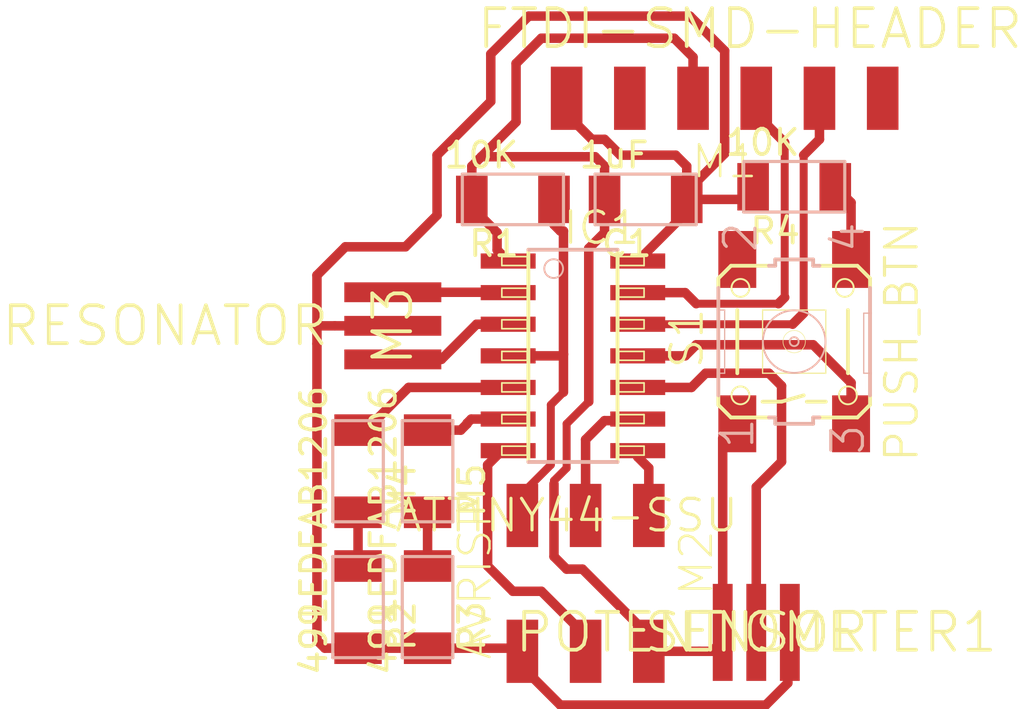
<source format=kicad_pcb>
(kicad_pcb (version 20171130) (host pcbnew "(5.0.2)-1")

  (general
    (thickness 1.6)
    (drawings 0)
    (tracks 144)
    (zones 0)
    (modules 13)
    (nets 21)
  )

  (page A4)
  (layers
    (0 F.Cu signal)
    (31 B.Cu signal)
    (32 B.Adhes user hide)
    (33 F.Adhes user)
    (34 B.Paste user hide)
    (35 F.Paste user)
    (36 B.SilkS user)
    (37 F.SilkS user)
    (38 B.Mask user hide)
    (39 F.Mask user hide)
    (40 Dwgs.User user hide)
    (41 Cmts.User user hide)
    (42 Eco1.User user hide)
    (43 Eco2.User user hide)
    (44 Edge.Cuts user hide)
    (45 Margin user hide)
    (46 B.CrtYd user hide)
    (47 F.CrtYd user hide)
    (48 B.Fab user hide)
    (49 F.Fab user hide)
  )

  (setup
    (last_trace_width 0.32)
    (trace_clearance 0.127)
    (zone_clearance 0.508)
    (zone_45_only no)
    (trace_min 0.2)
    (segment_width 0.2)
    (edge_width 0.15)
    (via_size 0.8)
    (via_drill 0.4)
    (via_min_size 0.4)
    (via_min_drill 0.3)
    (uvia_size 0.3)
    (uvia_drill 0.1)
    (uvias_allowed no)
    (uvia_min_size 0.2)
    (uvia_min_drill 0.1)
    (pcb_text_width 0.3)
    (pcb_text_size 1.5 1.5)
    (mod_edge_width 0.15)
    (mod_text_size 1 1)
    (mod_text_width 0.15)
    (pad_size 1.524 1.524)
    (pad_drill 0.762)
    (pad_to_mask_clearance 0.051)
    (solder_mask_min_width 0.25)
    (aux_axis_origin 0 0)
    (visible_elements 7FFFFFFF)
    (pcbplotparams
      (layerselection 0x010fc_ffffffff)
      (usegerberextensions false)
      (usegerberattributes false)
      (usegerberadvancedattributes false)
      (creategerberjobfile false)
      (excludeedgelayer true)
      (linewidth 0.100000)
      (plotframeref false)
      (viasonmask false)
      (mode 1)
      (useauxorigin false)
      (hpglpennumber 1)
      (hpglpenspeed 20)
      (hpglpendiameter 15.000000)
      (psnegative false)
      (psa4output false)
      (plotreference true)
      (plotvalue true)
      (plotinvisibletext false)
      (padsonsilk false)
      (subtractmaskfromsilk false)
      (outputformat 1)
      (mirror false)
      (drillshape 1)
      (scaleselection 1)
      (outputdirectory "../../../"))
  )

  (net 0 "")
  (net 1 VCC)
  (net 2 GND)
  (net 3 "Net-(IC1-Pad2)")
  (net 4 "Net-(IC1-Pad3)")
  (net 5 "Net-(IC1-Pad4)")
  (net 6 "Net-(IC1-Pad5)")
  (net 7 "Net-(IC1-Pad6)")
  (net 8 "Net-(IC1-Pad7)")
  (net 9 "Net-(IC1-Pad8)")
  (net 10 "Net-(IC1-Pad9)")
  (net 11 "Net-(IC1-Pad10)")
  (net 12 "Net-(IC1-Pad11)")
  (net 13 "Net-(IC1-Pad12)")
  (net 14 "Net-(IC1-Pad13)")
  (net 15 "Net-(M1-Pad2)")
  (net 16 "Net-(M1-Pad6)")
  (net 17 "Net-(M4-Pad2)")
  (net 18 "Net-(M5-Pad2)")
  (net 19 "Net-(R4-Pad1)")
  (net 20 "Net-(S1-Pad2)")

  (net_class Default "This is the default net class."
    (clearance 0.127)
    (trace_width 0.32)
    (via_dia 0.8)
    (via_drill 0.4)
    (uvia_dia 0.3)
    (uvia_drill 0.1)
    (add_net GND)
    (add_net "Net-(IC1-Pad10)")
    (add_net "Net-(IC1-Pad11)")
    (add_net "Net-(IC1-Pad12)")
    (add_net "Net-(IC1-Pad13)")
    (add_net "Net-(IC1-Pad2)")
    (add_net "Net-(IC1-Pad3)")
    (add_net "Net-(IC1-Pad4)")
    (add_net "Net-(IC1-Pad5)")
    (add_net "Net-(IC1-Pad6)")
    (add_net "Net-(IC1-Pad7)")
    (add_net "Net-(IC1-Pad8)")
    (add_net "Net-(IC1-Pad9)")
    (add_net "Net-(M1-Pad2)")
    (add_net "Net-(M1-Pad6)")
    (add_net "Net-(M4-Pad2)")
    (add_net "Net-(M5-Pad2)")
    (add_net "Net-(R4-Pad1)")
    (add_net "Net-(S1-Pad2)")
    (add_net VCC)
  )

  (module fab.pretty:fab-6MM_SWITCH (layer F.Cu) (tedit 200000) (tstamp 5CA3B746)
    (at 148.336 113.157 90)
    (descr "OMRON SWITCH")
    (tags "OMRON SWITCH")
    (path /5C8ACF20)
    (attr smd)
    (fp_text reference S1 (at 0.127 -4.318 90) (layer F.SilkS)
      (effects (font (size 1.27 1.27) (thickness 0.127)))
    )
    (fp_text value PUSH_BTN (at 0 4.318 90) (layer F.SilkS)
      (effects (font (size 1.27 1.27) (thickness 0.127)))
    )
    (fp_line (start 3.302 0.762) (end 3.048 0.762) (layer B.SilkS) (width 0.1524))
    (fp_line (start 3.302 0.762) (end 3.302 -0.762) (layer B.SilkS) (width 0.1524))
    (fp_line (start 3.048 -0.762) (end 3.302 -0.762) (layer B.SilkS) (width 0.1524))
    (fp_line (start 3.048 -1.016) (end 3.048 -2.54) (layer F.SilkS) (width 0.1524))
    (fp_line (start -3.302 -0.762) (end -3.048 -0.762) (layer B.SilkS) (width 0.1524))
    (fp_line (start -3.302 -0.762) (end -3.302 0.762) (layer B.SilkS) (width 0.1524))
    (fp_line (start -3.048 0.762) (end -3.302 0.762) (layer B.SilkS) (width 0.1524))
    (fp_line (start 3.048 -2.54) (end 2.54 -3.048) (layer F.SilkS) (width 0.1524))
    (fp_line (start 2.54 3.048) (end 3.048 2.54) (layer F.SilkS) (width 0.1524))
    (fp_line (start 3.048 2.54) (end 3.048 1.016) (layer F.SilkS) (width 0.1524))
    (fp_line (start -2.54 -3.048) (end -3.048 -2.54) (layer F.SilkS) (width 0.1524))
    (fp_line (start -3.048 -2.54) (end -3.048 -1.016) (layer F.SilkS) (width 0.1524))
    (fp_line (start -2.54 3.048) (end -3.048 2.54) (layer F.SilkS) (width 0.1524))
    (fp_line (start -3.048 2.54) (end -3.048 1.016) (layer F.SilkS) (width 0.1524))
    (fp_line (start -1.27 -1.27) (end -1.27 1.27) (layer F.SilkS) (width 0.0508))
    (fp_line (start 1.27 1.27) (end -1.27 1.27) (layer F.SilkS) (width 0.0508))
    (fp_line (start 1.27 1.27) (end 1.27 -1.27) (layer F.SilkS) (width 0.0508))
    (fp_line (start -1.27 -1.27) (end 1.27 -1.27) (layer F.SilkS) (width 0.0508))
    (fp_line (start -1.27 -3.048) (end -1.27 -2.794) (layer B.SilkS) (width 0.0508))
    (fp_line (start 1.27 -2.794) (end -1.27 -2.794) (layer B.SilkS) (width 0.0508))
    (fp_line (start 1.27 -2.794) (end 1.27 -3.048) (layer B.SilkS) (width 0.0508))
    (fp_line (start 1.143 2.794) (end -1.27 2.794) (layer B.SilkS) (width 0.0508))
    (fp_line (start 1.143 2.794) (end 1.143 3.048) (layer B.SilkS) (width 0.0508))
    (fp_line (start -1.27 2.794) (end -1.27 3.048) (layer B.SilkS) (width 0.0508))
    (fp_line (start 2.54 3.048) (end 2.159 3.048) (layer F.SilkS) (width 0.1524))
    (fp_line (start -2.54 3.048) (end -2.159 3.048) (layer F.SilkS) (width 0.1524))
    (fp_line (start -2.159 3.048) (end -1.27 3.048) (layer B.SilkS) (width 0.1524))
    (fp_line (start -2.54 -3.048) (end -2.159 -3.048) (layer F.SilkS) (width 0.1524))
    (fp_line (start 2.54 -3.048) (end 2.159 -3.048) (layer F.SilkS) (width 0.1524))
    (fp_line (start 2.159 -3.048) (end 1.27 -3.048) (layer B.SilkS) (width 0.1524))
    (fp_line (start 1.27 -3.048) (end -1.27 -3.048) (layer B.SilkS) (width 0.1524))
    (fp_line (start -1.27 -3.048) (end -2.159 -3.048) (layer B.SilkS) (width 0.1524))
    (fp_line (start -1.27 3.048) (end 1.143 3.048) (layer B.SilkS) (width 0.1524))
    (fp_line (start 1.143 3.048) (end 2.159 3.048) (layer B.SilkS) (width 0.1524))
    (fp_line (start 3.048 0.762) (end 3.048 1.016) (layer B.SilkS) (width 0.1524))
    (fp_line (start 3.048 -0.762) (end 3.048 -1.016) (layer B.SilkS) (width 0.1524))
    (fp_line (start -3.048 0.762) (end -3.048 1.016) (layer B.SilkS) (width 0.1524))
    (fp_line (start -3.048 -0.762) (end -3.048 -1.016) (layer B.SilkS) (width 0.1524))
    (fp_line (start -1.27 2.159) (end 1.27 2.159) (layer F.SilkS) (width 0.1524))
    (fp_line (start 1.27 -2.286) (end -1.27 -2.286) (layer F.SilkS) (width 0.1524))
    (fp_line (start -2.413 -1.27) (end -2.413 -0.508) (layer F.SilkS) (width 0.1524))
    (fp_line (start -2.413 0.508) (end -2.413 1.27) (layer F.SilkS) (width 0.1524))
    (fp_line (start -2.413 -0.508) (end -2.159 0.381) (layer F.SilkS) (width 0.1524))
    (fp_circle (center 0 0) (end -0.889 0.889) (layer B.SilkS) (width 0.0762))
    (fp_circle (center -2.159 2.159) (end -2.413 2.413) (layer F.SilkS) (width 0.0762))
    (fp_circle (center 2.159 2.032) (end 2.413 2.286) (layer F.SilkS) (width 0.0762))
    (fp_circle (center 2.159 -2.159) (end 2.413 -2.413) (layer F.SilkS) (width 0.0762))
    (fp_circle (center -2.159 -2.159) (end -2.413 -2.413) (layer F.SilkS) (width 0.0762))
    (fp_circle (center 0 0) (end -0.3175 0.3175) (layer F.SilkS) (width 0.0254))
    (fp_circle (center 0 0) (end -0.127 0.127) (layer B.SilkS) (width 0.0762))
    (fp_text user 1 (at -3.683 -2.286 90) (layer B.SilkS)
      (effects (font (size 1.27 1.27) (thickness 0.127)))
    )
    (fp_text user 2 (at 4.191 -2.159 90) (layer B.SilkS)
      (effects (font (size 1.27 1.27) (thickness 0.127)))
    )
    (fp_text user 3 (at -3.937 2.159 90) (layer B.SilkS)
      (effects (font (size 1.27 1.27) (thickness 0.127)))
    )
    (fp_text user 4 (at 4.191 2.159 90) (layer B.SilkS)
      (effects (font (size 1.27 1.27) (thickness 0.127)))
    )
    (pad 1 smd rect (at -3.302 -2.286 90) (size 2.286 1.524) (layers F.Cu F.Paste F.Mask)
      (net 1 VCC))
    (pad 2 smd rect (at 3.302 -2.286 90) (size 2.286 1.524) (layers F.Cu F.Paste F.Mask)
      (net 20 "Net-(S1-Pad2)"))
    (pad 3 smd rect (at -3.302 2.286 90) (size 2.286 1.524) (layers F.Cu F.Paste F.Mask)
      (net 12 "Net-(IC1-Pad11)"))
    (pad 4 smd rect (at 3.302 2.286 90) (size 2.286 1.524) (layers F.Cu F.Paste F.Mask)
      (net 19 "Net-(R4-Pad1)"))
    (model Buttons_Switches_SMD.3dshapes/SW_SPST_PTS645.wrl
      (at (xyz 0 0 0))
      (scale (xyz 1 1 1))
      (rotate (xyz 0 0 0))
    )
  )

  (module fab.pretty:fab-C1206FAB (layer F.Cu) (tedit 200000) (tstamp 5CA3B65B)
    (at 142.367 107.442 180)
    (path /5C895E1B)
    (attr smd)
    (fp_text reference C1 (at 0.762 -1.778 180) (layer F.SilkS)
      (effects (font (size 1.016 1.016) (thickness 0.1524)))
    )
    (fp_text value 1uF (at 1.27 1.778 180) (layer F.SilkS)
      (effects (font (size 1.016 1.016) (thickness 0.1524)))
    )
    (fp_line (start -2.032 -1.016) (end 2.032 -1.016) (layer B.SilkS) (width 0.127))
    (fp_line (start 2.032 -1.016) (end 2.032 1.016) (layer B.SilkS) (width 0.127))
    (fp_line (start 2.032 1.016) (end -2.032 1.016) (layer B.SilkS) (width 0.127))
    (fp_line (start -2.032 1.016) (end -2.032 -1.016) (layer B.SilkS) (width 0.127))
    (pad 1 smd rect (at -1.651 0 180) (size 1.27 1.905) (layers F.Cu F.Paste F.Mask)
      (net 2 GND))
    (pad 2 smd rect (at 1.651 0 180) (size 1.27 1.905) (layers F.Cu F.Paste F.Mask)
      (net 1 VCC))
  )

  (module fab.pretty:fab-SOIC14 (layer F.Cu) (tedit 200000) (tstamp 5CA3B6AA)
    (at 139.446 113.7285 270)
    (descr "SMALL OUTLINE PACKAGE")
    (tags "SMALL OUTLINE PACKAGE")
    (path /5C90FCD9)
    (attr smd)
    (fp_text reference IC1 (at -5.1435 -1.143) (layer F.SilkS)
      (effects (font (size 1.27 1.27) (thickness 0.127)))
    )
    (fp_text value ATTINY44-SSU (at 6.4135 0.254) (layer F.SilkS)
      (effects (font (size 1.27 1.27) (thickness 0.127)))
    )
    (fp_line (start -3.9878 -1.8415) (end -3.62966 -1.8415) (layer F.SilkS) (width 0.06604))
    (fp_line (start -3.62966 -1.8415) (end -3.62966 -2.8575) (layer F.SilkS) (width 0.06604))
    (fp_line (start -3.9878 -2.8575) (end -3.62966 -2.8575) (layer F.SilkS) (width 0.06604))
    (fp_line (start -3.9878 -1.8415) (end -3.9878 -2.8575) (layer F.SilkS) (width 0.06604))
    (fp_line (start -2.7178 -1.8415) (end -2.3622 -1.8415) (layer F.SilkS) (width 0.06604))
    (fp_line (start -2.3622 -1.8415) (end -2.3622 -2.8575) (layer F.SilkS) (width 0.06604))
    (fp_line (start -2.7178 -2.8575) (end -2.3622 -2.8575) (layer F.SilkS) (width 0.06604))
    (fp_line (start -2.7178 -1.8415) (end -2.7178 -2.8575) (layer F.SilkS) (width 0.06604))
    (fp_line (start -1.4478 -1.8415) (end -1.08966 -1.8415) (layer F.SilkS) (width 0.06604))
    (fp_line (start -1.08966 -1.8415) (end -1.08966 -2.8575) (layer F.SilkS) (width 0.06604))
    (fp_line (start -1.4478 -2.8575) (end -1.08966 -2.8575) (layer F.SilkS) (width 0.06604))
    (fp_line (start -1.4478 -1.8415) (end -1.4478 -2.8575) (layer F.SilkS) (width 0.06604))
    (fp_line (start -0.1778 -1.8415) (end 0.1778 -1.8415) (layer F.SilkS) (width 0.06604))
    (fp_line (start 0.1778 -1.8415) (end 0.1778 -2.8575) (layer F.SilkS) (width 0.06604))
    (fp_line (start -0.1778 -2.8575) (end 0.1778 -2.8575) (layer F.SilkS) (width 0.06604))
    (fp_line (start -0.1778 -1.8415) (end -0.1778 -2.8575) (layer F.SilkS) (width 0.06604))
    (fp_line (start 1.08966 -1.8415) (end 1.4478 -1.8415) (layer F.SilkS) (width 0.06604))
    (fp_line (start 1.4478 -1.8415) (end 1.4478 -2.8575) (layer F.SilkS) (width 0.06604))
    (fp_line (start 1.08966 -2.8575) (end 1.4478 -2.8575) (layer F.SilkS) (width 0.06604))
    (fp_line (start 1.08966 -1.8415) (end 1.08966 -2.8575) (layer F.SilkS) (width 0.06604))
    (fp_line (start 2.3622 -1.8415) (end 2.7178 -1.8415) (layer F.SilkS) (width 0.06604))
    (fp_line (start 2.7178 -1.8415) (end 2.7178 -2.8575) (layer F.SilkS) (width 0.06604))
    (fp_line (start 2.3622 -2.8575) (end 2.7178 -2.8575) (layer F.SilkS) (width 0.06604))
    (fp_line (start 2.3622 -1.8415) (end 2.3622 -2.8575) (layer F.SilkS) (width 0.06604))
    (fp_line (start 3.62966 -1.8415) (end 3.9878 -1.8415) (layer F.SilkS) (width 0.06604))
    (fp_line (start 3.9878 -1.8415) (end 3.9878 -2.8575) (layer F.SilkS) (width 0.06604))
    (fp_line (start 3.62966 -2.8575) (end 3.9878 -2.8575) (layer F.SilkS) (width 0.06604))
    (fp_line (start 3.62966 -1.8415) (end 3.62966 -2.8575) (layer F.SilkS) (width 0.06604))
    (fp_line (start 3.62966 2.8575) (end 3.9878 2.8575) (layer F.SilkS) (width 0.06604))
    (fp_line (start 3.9878 2.8575) (end 3.9878 1.8415) (layer F.SilkS) (width 0.06604))
    (fp_line (start 3.62966 1.8415) (end 3.9878 1.8415) (layer F.SilkS) (width 0.06604))
    (fp_line (start 3.62966 2.8575) (end 3.62966 1.8415) (layer F.SilkS) (width 0.06604))
    (fp_line (start 2.3622 2.8575) (end 2.7178 2.8575) (layer F.SilkS) (width 0.06604))
    (fp_line (start 2.7178 2.8575) (end 2.7178 1.8415) (layer F.SilkS) (width 0.06604))
    (fp_line (start 2.3622 1.8415) (end 2.7178 1.8415) (layer F.SilkS) (width 0.06604))
    (fp_line (start 2.3622 2.8575) (end 2.3622 1.8415) (layer F.SilkS) (width 0.06604))
    (fp_line (start 1.08966 2.8575) (end 1.4478 2.8575) (layer F.SilkS) (width 0.06604))
    (fp_line (start 1.4478 2.8575) (end 1.4478 1.8415) (layer F.SilkS) (width 0.06604))
    (fp_line (start 1.08966 1.8415) (end 1.4478 1.8415) (layer F.SilkS) (width 0.06604))
    (fp_line (start 1.08966 2.8575) (end 1.08966 1.8415) (layer F.SilkS) (width 0.06604))
    (fp_line (start -0.1778 2.8575) (end 0.1778 2.8575) (layer F.SilkS) (width 0.06604))
    (fp_line (start 0.1778 2.8575) (end 0.1778 1.8415) (layer F.SilkS) (width 0.06604))
    (fp_line (start -0.1778 1.8415) (end 0.1778 1.8415) (layer F.SilkS) (width 0.06604))
    (fp_line (start -0.1778 2.8575) (end -0.1778 1.8415) (layer F.SilkS) (width 0.06604))
    (fp_line (start -1.4478 2.8575) (end -1.08966 2.8575) (layer F.SilkS) (width 0.06604))
    (fp_line (start -1.08966 2.8575) (end -1.08966 1.8415) (layer F.SilkS) (width 0.06604))
    (fp_line (start -1.4478 1.8415) (end -1.08966 1.8415) (layer F.SilkS) (width 0.06604))
    (fp_line (start -1.4478 2.8575) (end -1.4478 1.8415) (layer F.SilkS) (width 0.06604))
    (fp_line (start -2.7178 2.8575) (end -2.3622 2.8575) (layer F.SilkS) (width 0.06604))
    (fp_line (start -2.3622 2.8575) (end -2.3622 1.8415) (layer F.SilkS) (width 0.06604))
    (fp_line (start -2.7178 1.8415) (end -2.3622 1.8415) (layer F.SilkS) (width 0.06604))
    (fp_line (start -2.7178 2.8575) (end -2.7178 1.8415) (layer F.SilkS) (width 0.06604))
    (fp_line (start -3.9878 2.8575) (end -3.62966 2.8575) (layer F.SilkS) (width 0.06604))
    (fp_line (start -3.62966 2.8575) (end -3.62966 1.8415) (layer F.SilkS) (width 0.06604))
    (fp_line (start -3.9878 1.8415) (end -3.62966 1.8415) (layer F.SilkS) (width 0.06604))
    (fp_line (start -3.9878 2.8575) (end -3.9878 1.8415) (layer F.SilkS) (width 0.06604))
    (fp_line (start -4.26466 1.7907) (end 4.26466 1.7907) (layer F.SilkS) (width 0.1524))
    (fp_line (start 4.26466 1.7907) (end 4.26466 -1.7907) (layer B.SilkS) (width 0.1524))
    (fp_line (start 4.26466 -1.7907) (end -4.26466 -1.7907) (layer F.SilkS) (width 0.1524))
    (fp_line (start -4.26466 -1.7907) (end -4.26466 1.7907) (layer B.SilkS) (width 0.1524))
    (fp_circle (center -3.5052 0.7747) (end -3.7719 1.0414) (layer B.SilkS) (width 0.0762))
    (pad 1 smd rect (at -3.81 2.6035 270) (size 0.6096 2.20726) (layers F.Cu F.Paste F.Mask)
      (net 1 VCC))
    (pad 2 smd rect (at -2.54 2.6035 270) (size 0.6096 2.20726) (layers F.Cu F.Paste F.Mask)
      (net 3 "Net-(IC1-Pad2)"))
    (pad 3 smd rect (at -1.27 2.6035 270) (size 0.6096 2.20726) (layers F.Cu F.Paste F.Mask)
      (net 4 "Net-(IC1-Pad3)"))
    (pad 4 smd rect (at 0 2.6035 270) (size 0.6096 2.20726) (layers F.Cu F.Paste F.Mask)
      (net 5 "Net-(IC1-Pad4)"))
    (pad 5 smd rect (at 1.27 2.6035 270) (size 0.6096 2.20726) (layers F.Cu F.Paste F.Mask)
      (net 6 "Net-(IC1-Pad5)"))
    (pad 6 smd rect (at 2.54 2.6035 270) (size 0.6096 2.20726) (layers F.Cu F.Paste F.Mask)
      (net 7 "Net-(IC1-Pad6)"))
    (pad 7 smd rect (at 3.81 2.6035 270) (size 0.6096 2.20726) (layers F.Cu F.Paste F.Mask)
      (net 8 "Net-(IC1-Pad7)"))
    (pad 8 smd rect (at 3.81 -2.6035 270) (size 0.6096 2.20726) (layers F.Cu F.Paste F.Mask)
      (net 9 "Net-(IC1-Pad8)"))
    (pad 9 smd rect (at 2.54 -2.6035 270) (size 0.6096 2.20726) (layers F.Cu F.Paste F.Mask)
      (net 10 "Net-(IC1-Pad9)"))
    (pad 10 smd rect (at 1.27 -2.6035 270) (size 0.6096 2.20726) (layers F.Cu F.Paste F.Mask)
      (net 11 "Net-(IC1-Pad10)"))
    (pad 11 smd rect (at 0 -2.6035 270) (size 0.6096 2.20726) (layers F.Cu F.Paste F.Mask)
      (net 12 "Net-(IC1-Pad11)"))
    (pad 12 smd rect (at -1.27 -2.6035 270) (size 0.6096 2.20726) (layers F.Cu F.Paste F.Mask)
      (net 13 "Net-(IC1-Pad12)"))
    (pad 13 smd rect (at -2.54 -2.6035 270) (size 0.6096 2.20726) (layers F.Cu F.Paste F.Mask)
      (net 14 "Net-(IC1-Pad13)"))
    (pad 14 smd rect (at -3.81 -2.6035 270) (size 0.6096 2.20726) (layers F.Cu F.Paste F.Mask)
      (net 2 GND))
    (model Housings_SOIC.3dshapes/SOIC-14_3.9x8.7mm_Pitch1.27mm.wrl
      (at (xyz 0 0 0))
      (scale (xyz 1 1 1))
      (rotate (xyz 0 0 -90))
    )
  )

  (module fab.pretty:fab-1X06SMD (layer F.Cu) (tedit 200000) (tstamp 5CA3B6B4)
    (at 145.542 103.378 90)
    (path /5C897760)
    (attr smd)
    (fp_text reference M1 (at -2.54 0 180) (layer F.SilkS)
      (effects (font (size 1.27 1.27) (thickness 0.1016)))
    )
    (fp_text value FTDI-SMD-HEADER (at 2.794 1.016 180) (layer F.SilkS)
      (effects (font (size 1.524 1.524) (thickness 0.15)))
    )
    (pad 1 smd rect (at 0 -6.35 90) (size 2.54 1.27) (layers F.Cu F.Paste F.Mask)
      (net 2 GND))
    (pad 2 smd rect (at 0 -3.81 90) (size 2.54 1.27) (layers F.Cu F.Paste F.Mask)
      (net 15 "Net-(M1-Pad2)"))
    (pad 3 smd rect (at 0 -1.27 90) (size 2.54 1.27) (layers F.Cu F.Paste F.Mask)
      (net 1 VCC))
    (pad 4 smd rect (at 0 1.27 90) (size 2.54 1.27) (layers F.Cu F.Paste F.Mask)
      (net 14 "Net-(IC1-Pad13)"))
    (pad 5 smd rect (at 0 3.81 90) (size 2.54 1.27) (layers F.Cu F.Paste F.Mask)
      (net 13 "Net-(IC1-Pad12)"))
    (pad 6 smd rect (at 0 6.35 90) (size 2.54 1.27) (layers F.Cu F.Paste F.Mask)
      (net 16 "Net-(M1-Pad6)"))
    (model Pin_Headers.3dshapes/Pin_Header_Angled_1x06.wrl
      (at (xyz 0 0 0))
      (scale (xyz 1 1 1))
      (rotate (xyz 0 0 90))
    )
  )

  (module fab.pretty:fab-2X03SMD (layer F.Cu) (tedit 200000) (tstamp 5CA3B6BE)
    (at 139.954 122.682 270)
    (path /5C897803)
    (attr smd)
    (fp_text reference M2 (at -0.635 -4.445 270) (layer F.SilkS)
      (effects (font (size 1.27 1.27) (thickness 0.1016)))
    )
    (fp_text value AVRISP (at 0 4.445 270) (layer F.SilkS)
      (effects (font (size 1.27 1.27) (thickness 0.1016)))
    )
    (pad 1 smd rect (at -2.54 -2.54 270) (size 2.54 1.27) (layers F.Cu F.Paste F.Mask)
      (net 9 "Net-(IC1-Pad8)"))
    (pad 2 smd rect (at 2.91846 -2.54 270) (size 2.54 1.27) (layers F.Cu F.Paste F.Mask)
      (net 1 VCC))
    (pad 3 smd rect (at -2.54 0 270) (size 2.54 1.27) (layers F.Cu F.Paste F.Mask)
      (net 10 "Net-(IC1-Pad9)"))
    (pad 4 smd rect (at 2.91846 0 270) (size 2.54 1.27) (layers F.Cu F.Paste F.Mask)
      (net 8 "Net-(IC1-Pad7)"))
    (pad 5 smd rect (at -2.54 2.54 270) (size 2.54 1.27) (layers F.Cu F.Paste F.Mask)
      (net 5 "Net-(IC1-Pad4)"))
    (pad 6 smd rect (at 2.91846 2.54 270) (size 2.54 1.27) (layers F.Cu F.Paste F.Mask)
      (net 2 GND))
    (model Pin_Headers.3dshapes/Pin_Header_Straight_2x03.wrl
      (at (xyz 0 0 0))
      (scale (xyz 1 1 1))
      (rotate (xyz 0 0 -90))
    )
  )

  (module fab.pretty:fab-EFOBM (layer F.Cu) (tedit 200000) (tstamp 5CA3B6C5)
    (at 132.207 112.522 90)
    (path /5C895B1D)
    (attr smd)
    (fp_text reference M3 (at 0 0 90) (layer F.SilkS)
      (effects (font (size 1.524 1.524) (thickness 0.15)))
    )
    (fp_text value RESONATOR (at 0 -9.144 180) (layer F.SilkS)
      (effects (font (size 1.524 1.524) (thickness 0.15)))
    )
    (pad 1 smd rect (at -1.34874 0 180) (size 3.8989 0.79756) (layers F.Cu F.Paste F.Mask)
      (net 4 "Net-(IC1-Pad3)"))
    (pad 2 smd rect (at 0 0) (size 3.8989 0.79756) (layers F.Cu F.Paste F.Mask)
      (net 2 GND))
    (pad 3 smd rect (at 1.34874 0) (size 3.8989 0.79756) (layers F.Cu F.Paste F.Mask)
      (net 3 "Net-(IC1-Pad2)"))
    (model Crystals.3dshapes/resonator_SMD.wrl
      (at (xyz 0 0 0))
      (scale (xyz 1.38 1.38 1.38))
      (rotate (xyz 0 0 0))
    )
  )

  (module fab.pretty:fab-LED1206FAB (layer F.Cu) (tedit 200000) (tstamp 5CA3B6CF)
    (at 130.81 118.364 270)
    (descr "LED1206 FAB STYLE (SMALLER PADS TO ALLOW TRACE BETWEEN)")
    (tags "LED1206 FAB STYLE (SMALLER PADS TO ALLOW TRACE BETWEEN)")
    (path /5C8C6AAA)
    (attr smd)
    (fp_text reference M4 (at 0.762 -1.778 270) (layer F.SilkS)
      (effects (font (size 1.016 1.016) (thickness 0.1524)))
    )
    (fp_text value LEDFAB1206 (at 1.27 1.778 270) (layer F.SilkS)
      (effects (font (size 1.016 1.016) (thickness 0.1524)))
    )
    (fp_line (start -2.032 1.016) (end -2.032 -1.016) (layer B.SilkS) (width 0.127))
    (fp_line (start 2.032 1.016) (end -2.032 1.016) (layer B.SilkS) (width 0.127))
    (fp_line (start 2.032 -1.016) (end 2.032 1.016) (layer B.SilkS) (width 0.127))
    (fp_line (start -2.032 -1.016) (end 2.032 -1.016) (layer B.SilkS) (width 0.127))
    (pad 2 smd rect (at 1.651 0 270) (size 1.27 1.905) (layers F.Cu F.Paste F.Mask)
      (net 17 "Net-(M4-Pad2)"))
    (pad 1 smd rect (at -1.651 0 270) (size 1.27 1.905) (layers F.Cu F.Paste F.Mask)
      (net 6 "Net-(IC1-Pad5)"))
  )

  (module fab.pretty:fab-LED1206FAB (layer F.Cu) (tedit 200000) (tstamp 5CA3B6D9)
    (at 133.604 118.364 270)
    (descr "LED1206 FAB STYLE (SMALLER PADS TO ALLOW TRACE BETWEEN)")
    (tags "LED1206 FAB STYLE (SMALLER PADS TO ALLOW TRACE BETWEEN)")
    (path /5C8AB107)
    (attr smd)
    (fp_text reference M5 (at 0.762 -1.778 270) (layer F.SilkS)
      (effects (font (size 1.016 1.016) (thickness 0.1524)))
    )
    (fp_text value LEDFAB1206 (at 1.27 1.778 270) (layer F.SilkS)
      (effects (font (size 1.016 1.016) (thickness 0.1524)))
    )
    (fp_line (start -2.032 -1.016) (end 2.032 -1.016) (layer B.SilkS) (width 0.127))
    (fp_line (start 2.032 -1.016) (end 2.032 1.016) (layer B.SilkS) (width 0.127))
    (fp_line (start 2.032 1.016) (end -2.032 1.016) (layer B.SilkS) (width 0.127))
    (fp_line (start -2.032 1.016) (end -2.032 -1.016) (layer B.SilkS) (width 0.127))
    (pad 1 smd rect (at -1.651 0 270) (size 1.27 1.905) (layers F.Cu F.Paste F.Mask)
      (net 7 "Net-(IC1-Pad6)"))
    (pad 2 smd rect (at 1.651 0 270) (size 1.27 1.905) (layers F.Cu F.Paste F.Mask)
      (net 18 "Net-(M5-Pad2)"))
  )

  (module fab.pretty:fab-EFOBM (layer F.Cu) (tedit 200000) (tstamp 5CA3B6E0)
    (at 146.812 124.841 180)
    (path /5C91E3BB)
    (attr smd)
    (fp_text reference POTENTIOMETER1 (at 0 0 180) (layer F.SilkS)
      (effects (font (size 1.524 1.524) (thickness 0.15)))
    )
    (fp_text value SENSOR (at 0 0 180) (layer F.SilkS)
      (effects (font (size 1.524 1.524) (thickness 0.15)))
    )
    (pad 3 smd rect (at 1.34874 0 90) (size 3.8989 0.79756) (layers F.Cu F.Paste F.Mask)
      (net 1 VCC))
    (pad 2 smd rect (at 0 0 90) (size 3.8989 0.79756) (layers F.Cu F.Paste F.Mask)
      (net 11 "Net-(IC1-Pad10)"))
    (pad 1 smd rect (at -1.34874 0 270) (size 3.8989 0.79756) (layers F.Cu F.Paste F.Mask)
      (net 2 GND))
    (model Crystals.3dshapes/resonator_SMD.wrl
      (at (xyz 0 0 0))
      (scale (xyz 1.38 1.38 1.38))
      (rotate (xyz 0 0 0))
    )
  )

  (module fab.pretty:fab-R1206FAB (layer F.Cu) (tedit 200000) (tstamp 5CA3B6EA)
    (at 137.033 107.442 180)
    (path /5C895C87)
    (attr smd)
    (fp_text reference R1 (at 0.762 -1.778 180) (layer F.SilkS)
      (effects (font (size 1.016 1.016) (thickness 0.1524)))
    )
    (fp_text value 10K (at 1.27 1.778 180) (layer F.SilkS)
      (effects (font (size 1.016 1.016) (thickness 0.1524)))
    )
    (fp_line (start -2.032 -1.016) (end 2.032 -1.016) (layer B.SilkS) (width 0.127))
    (fp_line (start 2.032 -1.016) (end 2.032 1.016) (layer B.SilkS) (width 0.127))
    (fp_line (start 2.032 1.016) (end -2.032 1.016) (layer B.SilkS) (width 0.127))
    (fp_line (start -2.032 1.016) (end -2.032 -1.016) (layer B.SilkS) (width 0.127))
    (pad 1 smd rect (at -1.651 0 180) (size 1.27 1.905) (layers F.Cu F.Paste F.Mask)
      (net 5 "Net-(IC1-Pad4)"))
    (pad 2 smd rect (at 1.651 0 180) (size 1.27 1.905) (layers F.Cu F.Paste F.Mask)
      (net 1 VCC))
  )

  (module fab.pretty:fab-R1206FAB (layer F.Cu) (tedit 200000) (tstamp 5CA3B6F4)
    (at 130.81 123.825 270)
    (path /5C8C6AB1)
    (attr smd)
    (fp_text reference R2 (at 0.762 -1.778 270) (layer F.SilkS)
      (effects (font (size 1.016 1.016) (thickness 0.1524)))
    )
    (fp_text value 499 (at 1.27 1.778 270) (layer F.SilkS)
      (effects (font (size 1.016 1.016) (thickness 0.1524)))
    )
    (fp_line (start -2.032 -1.016) (end 2.032 -1.016) (layer B.SilkS) (width 0.127))
    (fp_line (start 2.032 -1.016) (end 2.032 1.016) (layer B.SilkS) (width 0.127))
    (fp_line (start 2.032 1.016) (end -2.032 1.016) (layer B.SilkS) (width 0.127))
    (fp_line (start -2.032 1.016) (end -2.032 -1.016) (layer B.SilkS) (width 0.127))
    (pad 1 smd rect (at -1.651 0 270) (size 1.27 1.905) (layers F.Cu F.Paste F.Mask)
      (net 17 "Net-(M4-Pad2)"))
    (pad 2 smd rect (at 1.651 0 270) (size 1.27 1.905) (layers F.Cu F.Paste F.Mask)
      (net 2 GND))
  )

  (module fab.pretty:fab-R1206FAB (layer F.Cu) (tedit 200000) (tstamp 5CA3B6FE)
    (at 133.604 123.825 270)
    (path /5C8C3F19)
    (attr smd)
    (fp_text reference R3 (at 0.762 -1.778 270) (layer F.SilkS)
      (effects (font (size 1.016 1.016) (thickness 0.1524)))
    )
    (fp_text value 499 (at 1.27 1.778 270) (layer F.SilkS)
      (effects (font (size 1.016 1.016) (thickness 0.1524)))
    )
    (fp_line (start -2.032 1.016) (end -2.032 -1.016) (layer B.SilkS) (width 0.127))
    (fp_line (start 2.032 1.016) (end -2.032 1.016) (layer B.SilkS) (width 0.127))
    (fp_line (start 2.032 -1.016) (end 2.032 1.016) (layer B.SilkS) (width 0.127))
    (fp_line (start -2.032 -1.016) (end 2.032 -1.016) (layer B.SilkS) (width 0.127))
    (pad 2 smd rect (at 1.651 0 270) (size 1.27 1.905) (layers F.Cu F.Paste F.Mask)
      (net 2 GND))
    (pad 1 smd rect (at -1.651 0 270) (size 1.27 1.905) (layers F.Cu F.Paste F.Mask)
      (net 18 "Net-(M5-Pad2)"))
  )

  (module fab.pretty:fab-R1206FAB (layer F.Cu) (tedit 200000) (tstamp 5CA3B708)
    (at 148.336 106.934 180)
    (path /5C8FAAC7)
    (attr smd)
    (fp_text reference R4 (at 0.762 -1.778 180) (layer F.SilkS)
      (effects (font (size 1.016 1.016) (thickness 0.1524)))
    )
    (fp_text value 10K (at 1.27 1.778 180) (layer F.SilkS)
      (effects (font (size 1.016 1.016) (thickness 0.1524)))
    )
    (fp_line (start -2.032 1.016) (end -2.032 -1.016) (layer B.SilkS) (width 0.127))
    (fp_line (start 2.032 1.016) (end -2.032 1.016) (layer B.SilkS) (width 0.127))
    (fp_line (start 2.032 -1.016) (end 2.032 1.016) (layer B.SilkS) (width 0.127))
    (fp_line (start -2.032 -1.016) (end 2.032 -1.016) (layer B.SilkS) (width 0.127))
    (pad 2 smd rect (at 1.651 0 180) (size 1.27 1.905) (layers F.Cu F.Paste F.Mask)
      (net 2 GND))
    (pad 1 smd rect (at -1.651 0 180) (size 1.27 1.905) (layers F.Cu F.Paste F.Mask)
      (net 19 "Net-(R4-Pad1)"))
  )

  (segment (start 136.8425 109.9185) (end 136.398 109.474) (width 0.381) (layer F.Cu) (net 1))
  (segment (start 135.382 107.7595) (end 135.382 107.442) (width 0.381) (layer F.Cu) (net 1))
  (segment (start 136.398 108.7755) (end 135.382 107.7595) (width 0.381) (layer F.Cu) (net 1))
  (segment (start 136.398 109.474) (end 136.398 108.7755) (width 0.381) (layer F.Cu) (net 1))
  (segment (start 135.382 107.442) (end 135.382 106.1085) (width 0.381) (layer F.Cu) (net 1))
  (segment (start 140.335 105.7275) (end 135.763 105.7275) (width 0.381) (layer F.Cu) (net 1))
  (segment (start 140.716 106.1085) (end 140.335 105.7275) (width 0.381) (layer F.Cu) (net 1))
  (segment (start 140.716 107.442) (end 140.716 106.1085) (width 0.381) (layer F.Cu) (net 1))
  (segment (start 135.382 106.1085) (end 135.763 105.7275) (width 0.381) (layer F.Cu) (net 1))
  (segment (start 144.52346 125.60046) (end 142.494 125.60046) (width 0.381) (layer F.Cu) (net 1))
  (segment (start 145.03146 125.60046) (end 144.52346 125.60046) (width 0.381) (layer F.Cu) (net 1))
  (segment (start 145.46326 124.841) (end 145.46326 125.16866) (width 0.381) (layer F.Cu) (net 1))
  (segment (start 145.46326 125.16866) (end 145.03146 125.60046) (width 0.381) (layer F.Cu) (net 1))
  (segment (start 140.716 107.7595) (end 140.716 107.442) (width 0.381) (layer F.Cu) (net 1))
  (segment (start 142.494 125.60046) (end 142.494 124.96546) (width 0.381) (layer F.Cu) (net 1))
  (segment (start 142.494 124.96546) (end 139.827 122.29846) (width 0.381) (layer F.Cu) (net 1))
  (segment (start 139.827 122.29846) (end 139.18946 122.29846) (width 0.381) (layer F.Cu) (net 1))
  (segment (start 139.18946 122.29846) (end 138.684 121.793) (width 0.381) (layer F.Cu) (net 1))
  (segment (start 138.684 121.793) (end 138.684 118.872) (width 0.381) (layer F.Cu) (net 1))
  (segment (start 145.46326 117.04574) (end 146.05 116.459) (width 0.381) (layer F.Cu) (net 1))
  (segment (start 145.46326 124.841) (end 145.46326 117.04574) (width 0.381) (layer F.Cu) (net 1))
  (segment (start 144.272 101.727) (end 144.272 103.378) (width 0.381) (layer F.Cu) (net 1))
  (segment (start 143.50999 100.96499) (end 144.272 101.727) (width 0.381) (layer F.Cu) (net 1))
  (segment (start 138.17601 100.96499) (end 143.50999 100.96499) (width 0.381) (layer F.Cu) (net 1))
  (segment (start 137.16 101.981) (end 138.17601 100.96499) (width 0.381) (layer F.Cu) (net 1))
  (segment (start 135.763 105.7275) (end 137.16 104.3305) (width 0.381) (layer F.Cu) (net 1))
  (segment (start 137.16 104.3305) (end 137.16 101.981) (width 0.381) (layer F.Cu) (net 1))
  (segment (start 140.716 108.7755) (end 140.716 107.442) (width 0.381) (layer F.Cu) (net 1))
  (segment (start 140.081 109.4105) (end 140.716 108.7755) (width 0.381) (layer F.Cu) (net 1))
  (segment (start 140.081 115.57) (end 140.081 109.4105) (width 0.381) (layer F.Cu) (net 1))
  (segment (start 138.684 118.872) (end 138.684 118.745) (width 0.32) (layer F.Cu) (net 1))
  (segment (start 138.684 118.745) (end 139.192 118.237) (width 0.32) (layer F.Cu) (net 1))
  (segment (start 139.192 116.459) (end 140.081 115.57) (width 0.32) (layer F.Cu) (net 1))
  (segment (start 139.192 118.237) (end 139.192 116.459) (width 0.32) (layer F.Cu) (net 1))
  (segment (start 144.018 106.1085) (end 144.018 107.442) (width 0.381) (layer F.Cu) (net 2))
  (segment (start 139.192 103.378) (end 139.192 104.013) (width 0.381) (layer F.Cu) (net 2))
  (segment (start 139.192 104.013) (end 140.208 105.029) (width 0.381) (layer F.Cu) (net 2))
  (segment (start 140.208 105.029) (end 140.716 105.029) (width 0.381) (layer F.Cu) (net 2))
  (segment (start 140.716 105.029) (end 141.351 105.664) (width 0.381) (layer F.Cu) (net 2))
  (segment (start 141.351 105.664) (end 143.5735 105.664) (width 0.381) (layer F.Cu) (net 2))
  (segment (start 143.5735 105.664) (end 144.018 106.1085) (width 0.381) (layer F.Cu) (net 2))
  (segment (start 130.81 125.476) (end 133.604 125.476) (width 0.381) (layer F.Cu) (net 2))
  (segment (start 137.28954 125.476) (end 137.414 125.60046) (width 0.381) (layer F.Cu) (net 2))
  (segment (start 133.604 125.476) (end 137.28954 125.476) (width 0.381) (layer F.Cu) (net 2))
  (segment (start 129.4765 125.476) (end 130.81 125.476) (width 0.381) (layer F.Cu) (net 2))
  (segment (start 129.159 125.1585) (end 129.4765 125.476) (width 0.381) (layer F.Cu) (net 2))
  (segment (start 129.159 113.23955) (end 129.159 125.1585) (width 0.381) (layer F.Cu) (net 2))
  (segment (start 132.207 112.522) (end 129.87655 112.522) (width 0.381) (layer F.Cu) (net 2))
  (segment (start 144.018 107.95) (end 142.0495 109.9185) (width 0.381) (layer F.Cu) (net 2))
  (segment (start 144.018 107.442) (end 144.018 107.95) (width 0.381) (layer F.Cu) (net 2))
  (segment (start 137.414 126.23546) (end 138.94054 127.762) (width 0.381) (layer F.Cu) (net 2))
  (segment (start 137.414 125.60046) (end 137.414 126.23546) (width 0.381) (layer F.Cu) (net 2))
  (segment (start 138.94054 127.762) (end 147.193 127.762) (width 0.381) (layer F.Cu) (net 2))
  (segment (start 147.193 127.762) (end 148.082 126.873) (width 0.381) (layer F.Cu) (net 2))
  (segment (start 148.082 124.91974) (end 148.16074 124.841) (width 0.381) (layer F.Cu) (net 2))
  (segment (start 148.082 126.873) (end 148.082 124.91974) (width 0.381) (layer F.Cu) (net 2))
  (segment (start 146.177 107.442) (end 146.685 106.934) (width 0.381) (layer F.Cu) (net 2))
  (segment (start 144.018 107.442) (end 146.177 107.442) (width 0.381) (layer F.Cu) (net 2))
  (segment (start 129.87655 112.522) (end 129.159 112.522) (width 0.381) (layer F.Cu) (net 2))
  (segment (start 129.159 112.522) (end 129.159 113.23955) (width 0.381) (layer F.Cu) (net 2))
  (segment (start 144.018 107.1245) (end 144.018 107.442) (width 0.381) (layer F.Cu) (net 2))
  (segment (start 145.542 101.473) (end 145.542 105.6005) (width 0.381) (layer F.Cu) (net 2))
  (segment (start 137.668 100.076) (end 144.145 100.076) (width 0.381) (layer F.Cu) (net 2))
  (segment (start 144.145 100.076) (end 145.542 101.473) (width 0.381) (layer F.Cu) (net 2))
  (segment (start 136.144 101.6) (end 137.668 100.076) (width 0.381) (layer F.Cu) (net 2))
  (segment (start 136.144 103.505) (end 136.144 101.6) (width 0.381) (layer F.Cu) (net 2))
  (segment (start 129.159 110.49) (end 130.302 109.347) (width 0.381) (layer F.Cu) (net 2))
  (segment (start 129.159 112.522) (end 129.159 110.49) (width 0.381) (layer F.Cu) (net 2))
  (segment (start 130.302 109.347) (end 132.715 109.347) (width 0.381) (layer F.Cu) (net 2))
  (segment (start 132.715 109.347) (end 133.985 108.077) (width 0.381) (layer F.Cu) (net 2))
  (segment (start 133.985 108.077) (end 133.985 105.664) (width 0.381) (layer F.Cu) (net 2))
  (segment (start 145.542 105.6005) (end 144.018 107.1245) (width 0.381) (layer F.Cu) (net 2))
  (segment (start 133.985 105.664) (end 136.144 103.505) (width 0.381) (layer F.Cu) (net 2))
  (segment (start 136.82726 111.17326) (end 136.8425 111.1885) (width 0.381) (layer F.Cu) (net 3))
  (segment (start 132.207 111.17326) (end 136.82726 111.17326) (width 0.381) (layer F.Cu) (net 3))
  (segment (start 135.5725 112.4585) (end 136.8425 112.4585) (width 0.381) (layer F.Cu) (net 4))
  (segment (start 132.207 113.87074) (end 134.16026 113.87074) (width 0.381) (layer F.Cu) (net 4))
  (segment (start 134.16026 113.87074) (end 135.5725 112.4585) (width 0.381) (layer F.Cu) (net 4))
  (segment (start 137.64133 113.7285) (end 136.8425 113.7285) (width 0.381) (layer F.Cu) (net 5))
  (segment (start 137.414 119.507) (end 137.414 120.142) (width 0.381) (layer F.Cu) (net 5))
  (segment (start 138.684 108.458) (end 138.684 107.442) (width 0.381) (layer F.Cu) (net 5))
  (segment (start 139.065 108.712) (end 138.938 108.712) (width 0.381) (layer F.Cu) (net 5))
  (segment (start 138.938 108.712) (end 138.684 108.458) (width 0.381) (layer F.Cu) (net 5))
  (segment (start 139.0015 113.7285) (end 139.065 113.665) (width 0.381) (layer F.Cu) (net 5))
  (segment (start 136.8425 113.7285) (end 139.0015 113.7285) (width 0.381) (layer F.Cu) (net 5))
  (segment (start 139.065 115.189) (end 139.065 113.665) (width 0.381) (layer F.Cu) (net 5))
  (segment (start 139.065 113.665) (end 139.065 108.712) (width 0.381) (layer F.Cu) (net 5))
  (segment (start 138.557 115.697) (end 139.065 115.189) (width 0.32) (layer F.Cu) (net 5))
  (segment (start 138.557 118.11) (end 138.557 115.697) (width 0.32) (layer F.Cu) (net 5))
  (segment (start 137.414 120.142) (end 137.414 119.253) (width 0.32) (layer F.Cu) (net 5))
  (segment (start 137.414 119.253) (end 138.557 118.11) (width 0.32) (layer F.Cu) (net 5))
  (segment (start 132.842 114.9985) (end 136.8425 114.9985) (width 0.381) (layer F.Cu) (net 6))
  (segment (start 130.81 116.713) (end 131.1275 116.713) (width 0.381) (layer F.Cu) (net 6))
  (segment (start 131.1275 116.713) (end 132.842 114.9985) (width 0.381) (layer F.Cu) (net 6))
  (segment (start 134.9375 116.713) (end 135.1915 116.459) (width 0.381) (layer F.Cu) (net 7))
  (segment (start 133.604 116.713) (end 134.9375 116.713) (width 0.381) (layer F.Cu) (net 7))
  (segment (start 135.35787 116.2685) (end 136.8425 116.2685) (width 0.381) (layer F.Cu) (net 7))
  (segment (start 135.1915 116.43487) (end 135.35787 116.2685) (width 0.381) (layer F.Cu) (net 7))
  (segment (start 135.1915 116.459) (end 135.1915 116.43487) (width 0.381) (layer F.Cu) (net 7))
  (segment (start 136.5885 117.5385) (end 136.8425 117.5385) (width 0.381) (layer F.Cu) (net 8))
  (segment (start 139.954 124.96546) (end 138.17854 123.19) (width 0.381) (layer F.Cu) (net 8))
  (segment (start 139.954 125.60046) (end 139.954 124.96546) (width 0.381) (layer F.Cu) (net 8))
  (segment (start 138.17854 123.19) (end 137.033 123.19) (width 0.381) (layer F.Cu) (net 8))
  (segment (start 137.033 123.19) (end 136.017 122.174) (width 0.381) (layer F.Cu) (net 8))
  (segment (start 136.017 122.174) (end 136.017 118.11) (width 0.381) (layer F.Cu) (net 8))
  (segment (start 136.017 118.11) (end 136.5885 117.5385) (width 0.381) (layer F.Cu) (net 8))
  (segment (start 142.0495 117.7925) (end 142.0495 117.5385) (width 0.381) (layer F.Cu) (net 9))
  (segment (start 142.494 120.142) (end 142.494 118.237) (width 0.381) (layer F.Cu) (net 9))
  (segment (start 142.494 118.237) (end 142.0495 117.7925) (width 0.381) (layer F.Cu) (net 9))
  (segment (start 141.986 116.332) (end 142.0495 116.2685) (width 0.381) (layer F.Cu) (net 10))
  (segment (start 140.716 116.332) (end 141.986 116.332) (width 0.381) (layer F.Cu) (net 10))
  (segment (start 139.954 120.142) (end 139.954 117.094) (width 0.381) (layer F.Cu) (net 10))
  (segment (start 139.954 117.094) (end 140.716 116.332) (width 0.381) (layer F.Cu) (net 10))
  (segment (start 142.113 115.062) (end 142.0495 114.9985) (width 0.381) (layer F.Cu) (net 11))
  (segment (start 144.2085 114.9985) (end 142.0495 114.9985) (width 0.381) (layer F.Cu) (net 11))
  (segment (start 146.812 118.999) (end 147.828 117.983) (width 0.381) (layer F.Cu) (net 11))
  (segment (start 146.812 124.841) (end 146.812 118.999) (width 0.381) (layer F.Cu) (net 11))
  (segment (start 147.828 117.983) (end 147.828 114.935) (width 0.381) (layer F.Cu) (net 11))
  (segment (start 147.828 114.935) (end 147.32 114.427) (width 0.381) (layer F.Cu) (net 11))
  (segment (start 147.32 114.427) (end 144.78 114.427) (width 0.381) (layer F.Cu) (net 11))
  (segment (start 144.78 114.427) (end 144.2085 114.9985) (width 0.381) (layer F.Cu) (net 11))
  (segment (start 150.622 116.459) (end 150.622 116.078) (width 0.381) (layer F.Cu) (net 12))
  (segment (start 142.0495 113.7285) (end 143.9545 113.7285) (width 0.381) (layer F.Cu) (net 12))
  (segment (start 143.9545 113.7285) (end 144.399 113.284) (width 0.381) (layer F.Cu) (net 12))
  (segment (start 144.399 113.284) (end 149.098 113.284) (width 0.381) (layer F.Cu) (net 12))
  (segment (start 150.622 114.808) (end 150.622 116.459) (width 0.381) (layer F.Cu) (net 12))
  (segment (start 149.098 113.284) (end 150.622 114.808) (width 0.381) (layer F.Cu) (net 12))
  (segment (start 149.352 103.378) (end 149.352 104.013) (width 0.381) (layer F.Cu) (net 13))
  (segment (start 149.352 105.029) (end 149.352 103.378) (width 0.381) (layer F.Cu) (net 13))
  (segment (start 148.717 105.664) (end 149.352 105.029) (width 0.381) (layer F.Cu) (net 13))
  (segment (start 148.2725 112.4585) (end 142.0495 112.4585) (width 0.32) (layer F.Cu) (net 13))
  (segment (start 148.717 112.014) (end 148.717 105.664) (width 0.32) (layer F.Cu) (net 13))
  (segment (start 148.2725 112.4585) (end 148.717 112.014) (width 0.381) (layer F.Cu) (net 13))
  (segment (start 146.812 104.013) (end 146.812 103.378) (width 0.381) (layer F.Cu) (net 14))
  (segment (start 143.9545 111.1885) (end 144.399 111.633) (width 0.381) (layer F.Cu) (net 14))
  (segment (start 142.0495 111.1885) (end 143.9545 111.1885) (width 0.381) (layer F.Cu) (net 14))
  (segment (start 147.701 111.633) (end 147.955 111.379) (width 0.381) (layer F.Cu) (net 14))
  (segment (start 147.955 105.156) (end 146.812 104.013) (width 0.381) (layer F.Cu) (net 14))
  (segment (start 144.399 111.633) (end 147.701 111.633) (width 0.32) (layer F.Cu) (net 14))
  (segment (start 147.955 105.156) (end 147.955 111.379) (width 0.32) (layer F.Cu) (net 14))
  (segment (start 130.81 120.015) (end 130.81 122.174) (width 0.381) (layer F.Cu) (net 17))
  (segment (start 133.604 120.015) (end 133.604 122.174) (width 0.381) (layer F.Cu) (net 18))
  (segment (start 150.622 107.569) (end 149.987 106.934) (width 0.381) (layer F.Cu) (net 19))
  (segment (start 150.622 109.855) (end 150.622 107.569) (width 0.381) (layer F.Cu) (net 19))

)

</source>
